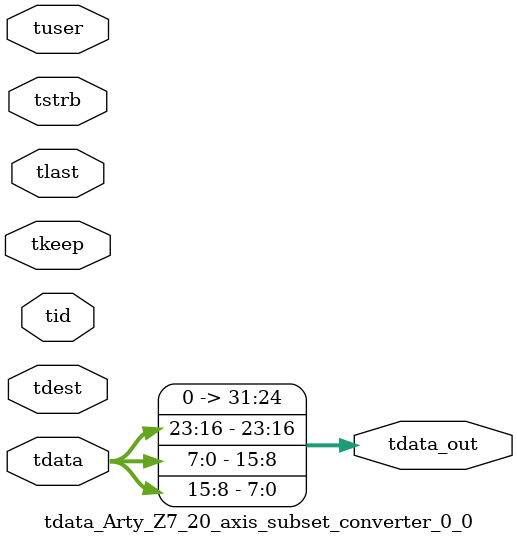
<source format=v>


`timescale 1ps/1ps

module tdata_Arty_Z7_20_axis_subset_converter_0_0 #
(
parameter C_S_AXIS_TDATA_WIDTH = 32,
parameter C_S_AXIS_TUSER_WIDTH = 0,
parameter C_S_AXIS_TID_WIDTH   = 0,
parameter C_S_AXIS_TDEST_WIDTH = 0,
parameter C_M_AXIS_TDATA_WIDTH = 32
)
(
input  [(C_S_AXIS_TDATA_WIDTH == 0 ? 1 : C_S_AXIS_TDATA_WIDTH)-1:0     ] tdata,
input  [(C_S_AXIS_TUSER_WIDTH == 0 ? 1 : C_S_AXIS_TUSER_WIDTH)-1:0     ] tuser,
input  [(C_S_AXIS_TID_WIDTH   == 0 ? 1 : C_S_AXIS_TID_WIDTH)-1:0       ] tid,
input  [(C_S_AXIS_TDEST_WIDTH == 0 ? 1 : C_S_AXIS_TDEST_WIDTH)-1:0     ] tdest,
input  [(C_S_AXIS_TDATA_WIDTH/8)-1:0 ] tkeep,
input  [(C_S_AXIS_TDATA_WIDTH/8)-1:0 ] tstrb,
input                                                                    tlast,
output [C_M_AXIS_TDATA_WIDTH-1:0] tdata_out
);

assign tdata_out = {tdata[23:16],tdata[7:0],tdata[15:8]};

endmodule


</source>
